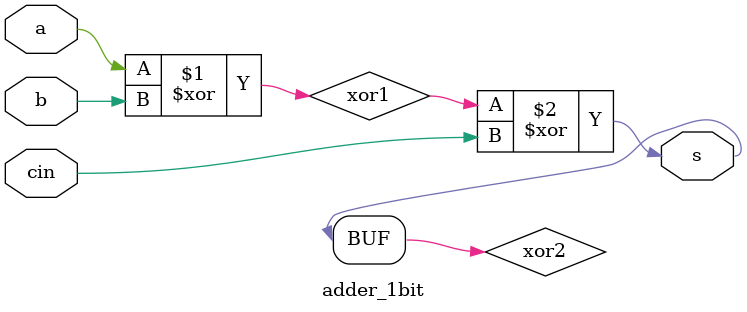
<source format=sv>
module adder_1bit (
// Input and Output 
	// Input Logic
	input logic	a,
	input logic 	b,
	input logic	cin,
	
	// Output logic 
	output logic 	s
);

// Local declaration 
	logic		xor1, xor2;
	
// Logic components 
	// Xor gates
	assign xor1 = a ^ b;
	assign xor2 = xor1 ^ cin;
	
	// And gate
	//assign and1 = a & b;
	
	// Sum output
	assign s = xor2;
	
	// Carry output
	//assign cout = (and1 | (a & cin) | (b & cin));
	
endmodule

</source>
